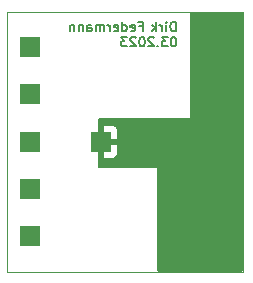
<source format=gbl>
G04 #@! TF.GenerationSoftware,KiCad,Pcbnew,(7.0.0)*
G04 #@! TF.CreationDate,2023-03-10T18:14:50+01:00*
G04 #@! TF.ProjectId,CapacitorBox0402,43617061-6369-4746-9f72-426f78303430,rev?*
G04 #@! TF.SameCoordinates,Original*
G04 #@! TF.FileFunction,Copper,L2,Bot*
G04 #@! TF.FilePolarity,Positive*
%FSLAX46Y46*%
G04 Gerber Fmt 4.6, Leading zero omitted, Abs format (unit mm)*
G04 Created by KiCad (PCBNEW (7.0.0)) date 2023-03-10 18:14:50*
%MOMM*%
%LPD*%
G01*
G04 APERTURE LIST*
%ADD10C,0.150000*%
G04 #@! TA.AperFunction,NonConductor*
%ADD11C,0.150000*%
G04 #@! TD*
G04 #@! TA.AperFunction,ComponentPad*
%ADD12R,1.700000X1.700000*%
G04 #@! TD*
G04 #@! TA.AperFunction,ViaPad*
%ADD13C,0.800000*%
G04 #@! TD*
G04 #@! TA.AperFunction,Profile*
%ADD14C,0.100000*%
G04 #@! TD*
G04 APERTURE END LIST*
D10*
D11*
X115309523Y-101645904D02*
X115309523Y-100845904D01*
X115309523Y-100845904D02*
X115119047Y-100845904D01*
X115119047Y-100845904D02*
X115004761Y-100884000D01*
X115004761Y-100884000D02*
X114928571Y-100960190D01*
X114928571Y-100960190D02*
X114890476Y-101036380D01*
X114890476Y-101036380D02*
X114852380Y-101188761D01*
X114852380Y-101188761D02*
X114852380Y-101303047D01*
X114852380Y-101303047D02*
X114890476Y-101455428D01*
X114890476Y-101455428D02*
X114928571Y-101531619D01*
X114928571Y-101531619D02*
X115004761Y-101607809D01*
X115004761Y-101607809D02*
X115119047Y-101645904D01*
X115119047Y-101645904D02*
X115309523Y-101645904D01*
X114509523Y-101645904D02*
X114509523Y-101112571D01*
X114509523Y-100845904D02*
X114547619Y-100884000D01*
X114547619Y-100884000D02*
X114509523Y-100922095D01*
X114509523Y-100922095D02*
X114471428Y-100884000D01*
X114471428Y-100884000D02*
X114509523Y-100845904D01*
X114509523Y-100845904D02*
X114509523Y-100922095D01*
X114128571Y-101645904D02*
X114128571Y-101112571D01*
X114128571Y-101264952D02*
X114090476Y-101188761D01*
X114090476Y-101188761D02*
X114052381Y-101150666D01*
X114052381Y-101150666D02*
X113976190Y-101112571D01*
X113976190Y-101112571D02*
X113900000Y-101112571D01*
X113633333Y-101645904D02*
X113633333Y-100845904D01*
X113557143Y-101341142D02*
X113328571Y-101645904D01*
X113328571Y-101112571D02*
X113633333Y-101417333D01*
X112239048Y-101226857D02*
X112505714Y-101226857D01*
X112505714Y-101645904D02*
X112505714Y-100845904D01*
X112505714Y-100845904D02*
X112124762Y-100845904D01*
X111515238Y-101607809D02*
X111591429Y-101645904D01*
X111591429Y-101645904D02*
X111743810Y-101645904D01*
X111743810Y-101645904D02*
X111820000Y-101607809D01*
X111820000Y-101607809D02*
X111858096Y-101531619D01*
X111858096Y-101531619D02*
X111858096Y-101226857D01*
X111858096Y-101226857D02*
X111820000Y-101150666D01*
X111820000Y-101150666D02*
X111743810Y-101112571D01*
X111743810Y-101112571D02*
X111591429Y-101112571D01*
X111591429Y-101112571D02*
X111515238Y-101150666D01*
X111515238Y-101150666D02*
X111477143Y-101226857D01*
X111477143Y-101226857D02*
X111477143Y-101303047D01*
X111477143Y-101303047D02*
X111858096Y-101379238D01*
X110791429Y-101645904D02*
X110791429Y-100845904D01*
X110791429Y-101607809D02*
X110867620Y-101645904D01*
X110867620Y-101645904D02*
X111020001Y-101645904D01*
X111020001Y-101645904D02*
X111096191Y-101607809D01*
X111096191Y-101607809D02*
X111134286Y-101569714D01*
X111134286Y-101569714D02*
X111172382Y-101493523D01*
X111172382Y-101493523D02*
X111172382Y-101264952D01*
X111172382Y-101264952D02*
X111134286Y-101188761D01*
X111134286Y-101188761D02*
X111096191Y-101150666D01*
X111096191Y-101150666D02*
X111020001Y-101112571D01*
X111020001Y-101112571D02*
X110867620Y-101112571D01*
X110867620Y-101112571D02*
X110791429Y-101150666D01*
X110105714Y-101607809D02*
X110181905Y-101645904D01*
X110181905Y-101645904D02*
X110334286Y-101645904D01*
X110334286Y-101645904D02*
X110410476Y-101607809D01*
X110410476Y-101607809D02*
X110448572Y-101531619D01*
X110448572Y-101531619D02*
X110448572Y-101226857D01*
X110448572Y-101226857D02*
X110410476Y-101150666D01*
X110410476Y-101150666D02*
X110334286Y-101112571D01*
X110334286Y-101112571D02*
X110181905Y-101112571D01*
X110181905Y-101112571D02*
X110105714Y-101150666D01*
X110105714Y-101150666D02*
X110067619Y-101226857D01*
X110067619Y-101226857D02*
X110067619Y-101303047D01*
X110067619Y-101303047D02*
X110448572Y-101379238D01*
X109724762Y-101645904D02*
X109724762Y-101112571D01*
X109724762Y-101264952D02*
X109686667Y-101188761D01*
X109686667Y-101188761D02*
X109648572Y-101150666D01*
X109648572Y-101150666D02*
X109572381Y-101112571D01*
X109572381Y-101112571D02*
X109496191Y-101112571D01*
X109229524Y-101645904D02*
X109229524Y-101112571D01*
X109229524Y-101188761D02*
X109191429Y-101150666D01*
X109191429Y-101150666D02*
X109115239Y-101112571D01*
X109115239Y-101112571D02*
X109000953Y-101112571D01*
X109000953Y-101112571D02*
X108924762Y-101150666D01*
X108924762Y-101150666D02*
X108886667Y-101226857D01*
X108886667Y-101226857D02*
X108886667Y-101645904D01*
X108886667Y-101226857D02*
X108848572Y-101150666D01*
X108848572Y-101150666D02*
X108772381Y-101112571D01*
X108772381Y-101112571D02*
X108658096Y-101112571D01*
X108658096Y-101112571D02*
X108581905Y-101150666D01*
X108581905Y-101150666D02*
X108543810Y-101226857D01*
X108543810Y-101226857D02*
X108543810Y-101645904D01*
X107820000Y-101645904D02*
X107820000Y-101226857D01*
X107820000Y-101226857D02*
X107858095Y-101150666D01*
X107858095Y-101150666D02*
X107934286Y-101112571D01*
X107934286Y-101112571D02*
X108086667Y-101112571D01*
X108086667Y-101112571D02*
X108162857Y-101150666D01*
X107820000Y-101607809D02*
X107896191Y-101645904D01*
X107896191Y-101645904D02*
X108086667Y-101645904D01*
X108086667Y-101645904D02*
X108162857Y-101607809D01*
X108162857Y-101607809D02*
X108200953Y-101531619D01*
X108200953Y-101531619D02*
X108200953Y-101455428D01*
X108200953Y-101455428D02*
X108162857Y-101379238D01*
X108162857Y-101379238D02*
X108086667Y-101341142D01*
X108086667Y-101341142D02*
X107896191Y-101341142D01*
X107896191Y-101341142D02*
X107820000Y-101303047D01*
X107439047Y-101112571D02*
X107439047Y-101645904D01*
X107439047Y-101188761D02*
X107400952Y-101150666D01*
X107400952Y-101150666D02*
X107324762Y-101112571D01*
X107324762Y-101112571D02*
X107210476Y-101112571D01*
X107210476Y-101112571D02*
X107134285Y-101150666D01*
X107134285Y-101150666D02*
X107096190Y-101226857D01*
X107096190Y-101226857D02*
X107096190Y-101645904D01*
X106715237Y-101112571D02*
X106715237Y-101645904D01*
X106715237Y-101188761D02*
X106677142Y-101150666D01*
X106677142Y-101150666D02*
X106600952Y-101112571D01*
X106600952Y-101112571D02*
X106486666Y-101112571D01*
X106486666Y-101112571D02*
X106410475Y-101150666D01*
X106410475Y-101150666D02*
X106372380Y-101226857D01*
X106372380Y-101226857D02*
X106372380Y-101645904D01*
X115157142Y-102141904D02*
X115080952Y-102141904D01*
X115080952Y-102141904D02*
X115004761Y-102180000D01*
X115004761Y-102180000D02*
X114966666Y-102218095D01*
X114966666Y-102218095D02*
X114928571Y-102294285D01*
X114928571Y-102294285D02*
X114890476Y-102446666D01*
X114890476Y-102446666D02*
X114890476Y-102637142D01*
X114890476Y-102637142D02*
X114928571Y-102789523D01*
X114928571Y-102789523D02*
X114966666Y-102865714D01*
X114966666Y-102865714D02*
X115004761Y-102903809D01*
X115004761Y-102903809D02*
X115080952Y-102941904D01*
X115080952Y-102941904D02*
X115157142Y-102941904D01*
X115157142Y-102941904D02*
X115233333Y-102903809D01*
X115233333Y-102903809D02*
X115271428Y-102865714D01*
X115271428Y-102865714D02*
X115309523Y-102789523D01*
X115309523Y-102789523D02*
X115347619Y-102637142D01*
X115347619Y-102637142D02*
X115347619Y-102446666D01*
X115347619Y-102446666D02*
X115309523Y-102294285D01*
X115309523Y-102294285D02*
X115271428Y-102218095D01*
X115271428Y-102218095D02*
X115233333Y-102180000D01*
X115233333Y-102180000D02*
X115157142Y-102141904D01*
X114623809Y-102141904D02*
X114128571Y-102141904D01*
X114128571Y-102141904D02*
X114395237Y-102446666D01*
X114395237Y-102446666D02*
X114280952Y-102446666D01*
X114280952Y-102446666D02*
X114204761Y-102484761D01*
X114204761Y-102484761D02*
X114166666Y-102522857D01*
X114166666Y-102522857D02*
X114128571Y-102599047D01*
X114128571Y-102599047D02*
X114128571Y-102789523D01*
X114128571Y-102789523D02*
X114166666Y-102865714D01*
X114166666Y-102865714D02*
X114204761Y-102903809D01*
X114204761Y-102903809D02*
X114280952Y-102941904D01*
X114280952Y-102941904D02*
X114509523Y-102941904D01*
X114509523Y-102941904D02*
X114585714Y-102903809D01*
X114585714Y-102903809D02*
X114623809Y-102865714D01*
X113785713Y-102865714D02*
X113747618Y-102903809D01*
X113747618Y-102903809D02*
X113785713Y-102941904D01*
X113785713Y-102941904D02*
X113823809Y-102903809D01*
X113823809Y-102903809D02*
X113785713Y-102865714D01*
X113785713Y-102865714D02*
X113785713Y-102941904D01*
X113442857Y-102218095D02*
X113404761Y-102180000D01*
X113404761Y-102180000D02*
X113328571Y-102141904D01*
X113328571Y-102141904D02*
X113138095Y-102141904D01*
X113138095Y-102141904D02*
X113061904Y-102180000D01*
X113061904Y-102180000D02*
X113023809Y-102218095D01*
X113023809Y-102218095D02*
X112985714Y-102294285D01*
X112985714Y-102294285D02*
X112985714Y-102370476D01*
X112985714Y-102370476D02*
X113023809Y-102484761D01*
X113023809Y-102484761D02*
X113480952Y-102941904D01*
X113480952Y-102941904D02*
X112985714Y-102941904D01*
X112490475Y-102141904D02*
X112414285Y-102141904D01*
X112414285Y-102141904D02*
X112338094Y-102180000D01*
X112338094Y-102180000D02*
X112299999Y-102218095D01*
X112299999Y-102218095D02*
X112261904Y-102294285D01*
X112261904Y-102294285D02*
X112223809Y-102446666D01*
X112223809Y-102446666D02*
X112223809Y-102637142D01*
X112223809Y-102637142D02*
X112261904Y-102789523D01*
X112261904Y-102789523D02*
X112299999Y-102865714D01*
X112299999Y-102865714D02*
X112338094Y-102903809D01*
X112338094Y-102903809D02*
X112414285Y-102941904D01*
X112414285Y-102941904D02*
X112490475Y-102941904D01*
X112490475Y-102941904D02*
X112566666Y-102903809D01*
X112566666Y-102903809D02*
X112604761Y-102865714D01*
X112604761Y-102865714D02*
X112642856Y-102789523D01*
X112642856Y-102789523D02*
X112680952Y-102637142D01*
X112680952Y-102637142D02*
X112680952Y-102446666D01*
X112680952Y-102446666D02*
X112642856Y-102294285D01*
X112642856Y-102294285D02*
X112604761Y-102218095D01*
X112604761Y-102218095D02*
X112566666Y-102180000D01*
X112566666Y-102180000D02*
X112490475Y-102141904D01*
X111919047Y-102218095D02*
X111880951Y-102180000D01*
X111880951Y-102180000D02*
X111804761Y-102141904D01*
X111804761Y-102141904D02*
X111614285Y-102141904D01*
X111614285Y-102141904D02*
X111538094Y-102180000D01*
X111538094Y-102180000D02*
X111499999Y-102218095D01*
X111499999Y-102218095D02*
X111461904Y-102294285D01*
X111461904Y-102294285D02*
X111461904Y-102370476D01*
X111461904Y-102370476D02*
X111499999Y-102484761D01*
X111499999Y-102484761D02*
X111957142Y-102941904D01*
X111957142Y-102941904D02*
X111461904Y-102941904D01*
X111195237Y-102141904D02*
X110699999Y-102141904D01*
X110699999Y-102141904D02*
X110966665Y-102446666D01*
X110966665Y-102446666D02*
X110852380Y-102446666D01*
X110852380Y-102446666D02*
X110776189Y-102484761D01*
X110776189Y-102484761D02*
X110738094Y-102522857D01*
X110738094Y-102522857D02*
X110699999Y-102599047D01*
X110699999Y-102599047D02*
X110699999Y-102789523D01*
X110699999Y-102789523D02*
X110738094Y-102865714D01*
X110738094Y-102865714D02*
X110776189Y-102903809D01*
X110776189Y-102903809D02*
X110852380Y-102941904D01*
X110852380Y-102941904D02*
X111080951Y-102941904D01*
X111080951Y-102941904D02*
X111157142Y-102903809D01*
X111157142Y-102903809D02*
X111195237Y-102865714D01*
D12*
X102999999Y-114999999D03*
X102999999Y-118999999D03*
X102999999Y-102999999D03*
X108999999Y-110999999D03*
X102999999Y-110999999D03*
X102999999Y-106999999D03*
D13*
X118300000Y-116000000D03*
X118300000Y-111000000D03*
X118300000Y-103500000D03*
X118300000Y-106000000D03*
X118300000Y-118500000D03*
X118300000Y-108500000D03*
X118300000Y-113500000D03*
G04 #@! TA.AperFunction,Conductor*
G36*
X120936500Y-100017381D02*
G01*
X120982619Y-100063500D01*
X120999500Y-100126500D01*
X120999500Y-121873500D01*
X120982619Y-121936500D01*
X120936500Y-121982619D01*
X120873500Y-121999500D01*
X113876000Y-121999500D01*
X113813000Y-121982619D01*
X113766881Y-121936500D01*
X113750000Y-121873500D01*
X113750000Y-113266590D01*
X113750000Y-113250000D01*
X113733410Y-113250000D01*
X108876000Y-113250000D01*
X108813000Y-113233119D01*
X108766881Y-113187000D01*
X108750000Y-113124000D01*
X108750000Y-112341410D01*
X109254000Y-112341410D01*
X109257506Y-112354493D01*
X109270590Y-112358000D01*
X109895223Y-112358000D01*
X109901938Y-112357640D01*
X109951257Y-112352337D01*
X109966478Y-112348740D01*
X110087519Y-112303594D01*
X110103175Y-112295045D01*
X110205692Y-112218302D01*
X110218302Y-112205692D01*
X110295045Y-112103175D01*
X110303594Y-112087519D01*
X110348740Y-111966478D01*
X110352337Y-111951257D01*
X110357640Y-111901938D01*
X110358000Y-111895223D01*
X110358000Y-111270590D01*
X110354493Y-111257506D01*
X110341410Y-111254000D01*
X109270590Y-111254000D01*
X109257506Y-111257506D01*
X109254000Y-111270590D01*
X109254000Y-112341410D01*
X108750000Y-112341410D01*
X108750000Y-110729410D01*
X109254000Y-110729410D01*
X109257506Y-110742493D01*
X109270590Y-110746000D01*
X110341410Y-110746000D01*
X110354493Y-110742493D01*
X110358000Y-110729410D01*
X110358000Y-110104777D01*
X110357640Y-110098061D01*
X110352337Y-110048742D01*
X110348740Y-110033521D01*
X110303594Y-109912480D01*
X110295045Y-109896824D01*
X110218302Y-109794307D01*
X110205692Y-109781697D01*
X110103175Y-109704954D01*
X110087519Y-109696405D01*
X109966478Y-109651259D01*
X109951257Y-109647662D01*
X109901938Y-109642359D01*
X109895223Y-109642000D01*
X109270590Y-109642000D01*
X109257506Y-109645506D01*
X109254000Y-109658590D01*
X109254000Y-110729410D01*
X108750000Y-110729410D01*
X108750000Y-109126000D01*
X108766881Y-109063000D01*
X108813000Y-109016881D01*
X108876000Y-109000000D01*
X116483410Y-109000000D01*
X116500000Y-109000000D01*
X116500000Y-100126500D01*
X116516881Y-100063500D01*
X116563000Y-100017381D01*
X116626000Y-100000500D01*
X120873500Y-100000500D01*
X120936500Y-100017381D01*
G37*
G04 #@! TD.AperFunction*
D14*
X101000000Y-100000000D02*
X121000000Y-100000000D01*
X121000000Y-100000000D02*
X121000000Y-122000000D01*
X121000000Y-122000000D02*
X101000000Y-122000000D01*
X101000000Y-100000000D02*
X101000000Y-122000000D01*
M02*

</source>
